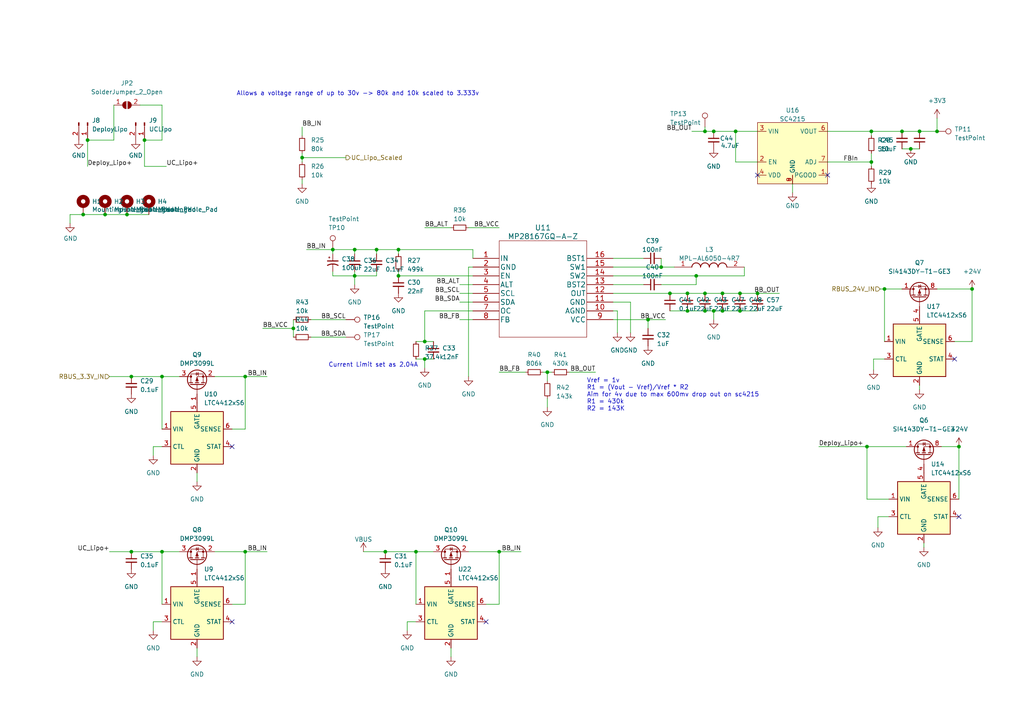
<source format=kicad_sch>
(kicad_sch (version 20230121) (generator eeschema)
  (paper "A4")
  (lib_symbols
    (symbol "Connector:Conn_01x02_Male" (pin_names (offset 1.016) hide)
      (property "Reference" "J" (at 0 2.54 0))
      (property "Value" "Conn_01x02_Male" (at 0 -5.08 0))
      (symbol "Conn_01x02_Male_1_1"
        (polyline (pts (xy 1.27 -2.54) (xy 0.8636 -2.54)) (stroke (width 0.1524)))
        (polyline (pts (xy 1.27 0) (xy 0.8636 0)) (stroke (width 0.1524)))
        (rectangle (start 0.8636 -2.413) (end 0 -2.667) (stroke (width 0.1524)) (fill (type outline)))
        (rectangle (start 0.8636 0.127) (end 0 -0.127) (stroke (width 0.1524)) (fill (type outline)))
        (pin passive line (at 5.08 0 180) (length 3.81) (name "Pin_1") (number "1"))
        (pin passive line (at 5.08 -2.54 180) (length 3.81) (name "Pin_2") (number "2"))
      )
    )
    (symbol "Connector:TestPoint" (pin_numbers hide) (pin_names (offset 0.762) hide)
      (property "Reference" "TP" (at 0 6.858 0))
      (property "Value" "TestPoint" (at 0 5.08 0))
      (symbol "TestPoint_0_1"
        (circle (center 0 3.302) (radius 0.762))
      )
      (symbol "TestPoint_1_1"
        (pin passive line (at 0 0 90) (length 2.54) (name "1") (number "1"))
      )
    )
    (symbol "Device:C_Polarized_Small_US" (pin_numbers hide) (pin_names (offset 0.254) hide)
      (property "Reference" "C" (at 0.254 1.778 0))
      (property "Value" "C_Polarized_Small_US" (at 0.254 -2.032 0))
      (symbol "C_Polarized_Small_US_0_1"
        (polyline (pts (xy -1.524 0.508) (xy 1.524 0.508)) (stroke (width 0.3048)))
        (polyline (pts (xy -1.27 1.524) (xy -0.762 1.524)))
        (polyline (pts (xy -1.016 1.27) (xy -1.016 1.778)))
        (arc (start 1.524 -0.762) (mid 0 -0.3734) (end -1.524 -0.762) (stroke (width 0.3048)))
      )
      (symbol "C_Polarized_Small_US_1_1"
        (pin passive line (at 0 2.54 270) (length 2.032) (name "~") (number "1"))
        (pin passive line (at 0 -2.54 90) (length 2.032) (name "~") (number "2"))
      )
    )
    (symbol "Device:C_Small" (pin_numbers hide) (pin_names (offset 0.254) hide)
      (property "Reference" "C" (at 0.254 1.778 0))
      (property "Value" "C_Small" (at 0.254 -2.032 0))
      (symbol "C_Small_0_1"
        (polyline (pts (xy -1.524 -0.508) (xy 1.524 -0.508)) (stroke (width 0.3302)))
        (polyline (pts (xy -1.524 0.508) (xy 1.524 0.508)) (stroke (width 0.3048)))
      )
      (symbol "C_Small_1_1"
        (pin passive line (at 0 2.54 270) (length 2.032) (name "~") (number "1"))
        (pin passive line (at 0 -2.54 90) (length 2.032) (name "~") (number "2"))
      )
    )
    (symbol "Device:Q_PMOS_GDS" (pin_names (offset 0) hide)
      (property "Reference" "Q?" (at 6.35 1.2701 0))
      (property "Value" "SI4143DY-T1-GE3" (at 6.35 -1.2699 0))
      (symbol "Q_PMOS_GDS_0_0"
        (pin input line (at -5.08 0 0) (length 2.54) (name "G") (number "4"))
        (pin passive line (at 2.54 -5.08 90) (length 2.54) hide (name "D") (number "5"))
        (pin passive line (at 2.54 -5.08 90) (length 2.54) hide (name "D") (number "6"))
        (pin passive line (at 2.54 -5.08 90) (length 2.54) hide (name "D") (number "7"))
        (pin passive line (at 2.54 -5.08 90) (length 2.54) (name "D") (number "8"))
      )
      (symbol "Q_PMOS_GDS_0_1"
        (polyline (pts (xy 0.254 0) (xy -2.54 0)))
        (polyline (pts (xy 0.254 1.905) (xy 0.254 -1.905)) (stroke (width 0.254)))
        (polyline (pts (xy 0.762 -1.27) (xy 0.762 -2.286)) (stroke (width 0.254)))
        (polyline (pts (xy 0.762 0.508) (xy 0.762 -0.508)) (stroke (width 0.254)))
        (polyline (pts (xy 0.762 2.286) (xy 0.762 1.27)) (stroke (width 0.254)))
        (polyline (pts (xy 2.54 2.54) (xy 2.54 1.778)))
        (polyline (pts (xy 2.54 -2.54) (xy 2.54 0) (xy 0.762 0)))
        (polyline (pts (xy 0.762 1.778) (xy 3.302 1.778) (xy 3.302 -1.778) (xy 0.762 -1.778)))
        (polyline (pts (xy 2.286 0) (xy 1.27 0.381) (xy 1.27 -0.381) (xy 2.286 0)) (fill (type outline)))
        (polyline (pts (xy 2.794 -0.508) (xy 2.921 -0.381) (xy 3.683 -0.381) (xy 3.81 -0.254)))
        (polyline (pts (xy 3.302 -0.381) (xy 2.921 0.254) (xy 3.683 0.254) (xy 3.302 -0.381)))
        (circle (center 1.651 0) (radius 2.794) (stroke (width 0.254)))
        (circle (center 2.54 -1.778) (radius 0.254) (fill (type outline)))
        (circle (center 2.54 1.778) (radius 0.254) (fill (type outline)))
      )
      (symbol "Q_PMOS_GDS_1_1"
        (pin passive line (at 2.54 5.08 270) (length 2.54) (name "S") (number "1"))
        (pin passive line (at 2.54 5.08 270) (length 2.54) hide (name "S") (number "2"))
        (pin passive line (at 2.54 5.08 270) (length 2.54) hide (name "S") (number "3"))
      )
    )
    (symbol "Device:Q_PMOS_GSD" (pin_names (offset 0) hide)
      (property "Reference" "Q" (at 5.08 1.27 0))
      (property "Value" "Q_PMOS_GSD" (at 5.08 -1.27 0))
      (symbol "Q_PMOS_GSD_0_1"
        (polyline (pts (xy 0.254 0) (xy -2.54 0)))
        (polyline (pts (xy 0.254 1.905) (xy 0.254 -1.905)) (stroke (width 0.254)))
        (polyline (pts (xy 0.762 -1.27) (xy 0.762 -2.286)) (stroke (width 0.254)))
        (polyline (pts (xy 0.762 0.508) (xy 0.762 -0.508)) (stroke (width 0.254)))
        (polyline (pts (xy 0.762 2.286) (xy 0.762 1.27)) (stroke (width 0.254)))
        (polyline (pts (xy 2.54 2.54) (xy 2.54 1.778)))
        (polyline (pts (xy 2.54 -2.54) (xy 2.54 0) (xy 0.762 0)))
        (polyline (pts (xy 0.762 1.778) (xy 3.302 1.778) (xy 3.302 -1.778) (xy 0.762 -1.778)))
        (polyline (pts (xy 2.286 0) (xy 1.27 0.381) (xy 1.27 -0.381) (xy 2.286 0)) (fill (type outline)))
        (polyline (pts (xy 2.794 -0.508) (xy 2.921 -0.381) (xy 3.683 -0.381) (xy 3.81 -0.254)))
        (polyline (pts (xy 3.302 -0.381) (xy 2.921 0.254) (xy 3.683 0.254) (xy 3.302 -0.381)))
        (circle (center 1.651 0) (radius 2.794) (stroke (width 0.254)))
        (circle (center 2.54 -1.778) (radius 0.254) (fill (type outline)))
        (circle (center 2.54 1.778) (radius 0.254) (fill (type outline)))
      )
      (symbol "Q_PMOS_GSD_1_1"
        (pin input line (at -5.08 0 0) (length 2.54) (name "G") (number "1"))
        (pin passive line (at 2.54 -5.08 90) (length 2.54) (name "S") (number "2"))
        (pin passive line (at 2.54 5.08 270) (length 2.54) (name "D") (number "3"))
      )
    )
    (symbol "Device:R_Small" (pin_numbers hide) (pin_names (offset 0.254) hide)
      (property "Reference" "R" (at 0.762 0.508 0))
      (property "Value" "R_Small" (at 0.762 -1.016 0))
      (symbol "R_Small_0_1"
        (rectangle (start -0.762 1.778) (end 0.762 -1.778) (stroke (width 0.2032)))
      )
      (symbol "R_Small_1_1"
        (pin passive line (at 0 2.54 270) (length 0.762) (name "~") (number "1"))
        (pin passive line (at 0 -2.54 90) (length 0.762) (name "~") (number "2"))
      )
    )
    (symbol "GND_1" (power) (pin_names (offset 0))
      (property "Value" "GND_1" (at 0 -3.81 0))
      (symbol "GND_1_0_1"
        (polyline (pts (xy 0 0) (xy 0 -1.27) (xy 1.27 -1.27) (xy 0 -2.54) (xy -1.27 -1.27) (xy 0 -1.27)))
      )
      (symbol "GND_1_1_1"
        (pin power_in line (at 0 0 270) (length 0) hide (name "GND") (number "1"))
      )
    )
    (symbol "GND_10" (power) (pin_names (offset 0))
      (property "Value" "GND_10" (at 0 -3.81 0))
      (symbol "GND_10_0_1"
        (polyline (pts (xy 0 0) (xy 0 -1.27) (xy 1.27 -1.27) (xy 0 -2.54) (xy -1.27 -1.27) (xy 0 -1.27)))
      )
      (symbol "GND_10_1_1"
        (pin power_in line (at 0 0 270) (length 0) hide (name "GND") (number "1"))
      )
    )
    (symbol "GND_11" (power) (pin_names (offset 0))
      (property "Value" "GND_11" (at 0 -3.81 0))
      (symbol "GND_11_0_1"
        (polyline (pts (xy 0 0) (xy 0 -1.27) (xy 1.27 -1.27) (xy 0 -2.54) (xy -1.27 -1.27) (xy 0 -1.27)))
      )
      (symbol "GND_11_1_1"
        (pin power_in line (at 0 0 270) (length 0) hide (name "GND") (number "1"))
      )
    )
    (symbol "GND_12" (power) (pin_names (offset 0))
      (property "Value" "GND_12" (at 0 -3.81 0))
      (symbol "GND_12_0_1"
        (polyline (pts (xy 0 0) (xy 0 -1.27) (xy 1.27 -1.27) (xy 0 -2.54) (xy -1.27 -1.27) (xy 0 -1.27)))
      )
      (symbol "GND_12_1_1"
        (pin power_in line (at 0 0 270) (length 0) hide (name "GND") (number "1"))
      )
    )
    (symbol "GND_2" (power) (pin_names (offset 0))
      (property "Value" "GND_2" (at 0 -3.81 0))
      (symbol "GND_2_0_1"
        (polyline (pts (xy 0 0) (xy 0 -1.27) (xy 1.27 -1.27) (xy 0 -2.54) (xy -1.27 -1.27) (xy 0 -1.27)))
      )
      (symbol "GND_2_1_1"
        (pin power_in line (at 0 0 270) (length 0) hide (name "GND") (number "1"))
      )
    )
    (symbol "GND_3" (power) (pin_names (offset 0))
      (property "Value" "GND_3" (at 0 -3.81 0))
      (symbol "GND_3_0_1"
        (polyline (pts (xy 0 0) (xy 0 -1.27) (xy 1.27 -1.27) (xy 0 -2.54) (xy -1.27 -1.27) (xy 0 -1.27)))
      )
      (symbol "GND_3_1_1"
        (pin power_in line (at 0 0 270) (length 0) hide (name "GND") (number "1"))
      )
    )
    (symbol "GND_4" (power) (pin_names (offset 0))
      (property "Value" "GND_4" (at 0 -3.81 0))
      (symbol "GND_4_0_1"
        (polyline (pts (xy 0 0) (xy 0 -1.27) (xy 1.27 -1.27) (xy 0 -2.54) (xy -1.27 -1.27) (xy 0 -1.27)))
      )
      (symbol "GND_4_1_1"
        (pin power_in line (at 0 0 270) (length 0) hide (name "GND") (number "1"))
      )
    )
    (symbol "GND_5" (power) (pin_names (offset 0))
      (property "Value" "GND_5" (at 0 -3.81 0))
      (symbol "GND_5_0_1"
        (polyline (pts (xy 0 0) (xy 0 -1.27) (xy 1.27 -1.27) (xy 0 -2.54) (xy -1.27 -1.27) (xy 0 -1.27)))
      )
      (symbol "GND_5_1_1"
        (pin power_in line (at 0 0 270) (length 0) hide (name "GND") (number "1"))
      )
    )
    (symbol "GND_6" (power) (pin_names (offset 0))
      (property "Value" "GND_6" (at 0 -3.81 0))
      (symbol "GND_6_0_1"
        (polyline (pts (xy 0 0) (xy 0 -1.27) (xy 1.27 -1.27) (xy 0 -2.54) (xy -1.27 -1.27) (xy 0 -1.27)))
      )
      (symbol "GND_6_1_1"
        (pin power_in line (at 0 0 270) (length 0) hide (name "GND") (number "1"))
      )
    )
    (symbol "GND_7" (power) (pin_names (offset 0))
      (property "Value" "GND_7" (at 0 -3.81 0))
      (symbol "GND_7_0_1"
        (polyline (pts (xy 0 0) (xy 0 -1.27) (xy 1.27 -1.27) (xy 0 -2.54) (xy -1.27 -1.27) (xy 0 -1.27)))
      )
      (symbol "GND_7_1_1"
        (pin power_in line (at 0 0 270) (length 0) hide (name "GND") (number "1"))
      )
    )
    (symbol "GND_8" (power) (pin_names (offset 0))
      (property "Value" "GND_8" (at 0 -3.81 0))
      (symbol "GND_8_0_1"
        (polyline (pts (xy 0 0) (xy 0 -1.27) (xy 1.27 -1.27) (xy 0 -2.54) (xy -1.27 -1.27) (xy 0 -1.27)))
      )
      (symbol "GND_8_1_1"
        (pin power_in line (at 0 0 270) (length 0) hide (name "GND") (number "1"))
      )
    )
    (symbol "GND_9" (power) (pin_names (offset 0))
      (property "Value" "GND_9" (at 0 -3.81 0))
      (symbol "GND_9_0_1"
        (polyline (pts (xy 0 0) (xy 0 -1.27) (xy 1.27 -1.27) (xy 0 -2.54) (xy -1.27 -1.27) (xy 0 -1.27)))
      )
      (symbol "GND_9_1_1"
        (pin power_in line (at 0 0 270) (length 0) hide (name "GND") (number "1"))
      )
    )
    (symbol "Jumper:SolderJumper_2_Open" (pin_names (offset 0) hide)
      (property "Reference" "JP" (at 0 2.032 0))
      (property "Value" "SolderJumper_2_Open" (at 0 -2.54 0))
      (symbol "SolderJumper_2_Open_0_1"
        (arc (start -0.254 1.016) (mid -1.2656 0) (end -0.254 -1.016))
        (arc (start -0.254 1.016) (mid -1.2656 0) (end -0.254 -1.016) (fill (type outline)))
        (polyline (pts (xy -0.254 1.016) (xy -0.254 -1.016)))
        (polyline (pts (xy 0.254 1.016) (xy 0.254 -1.016)))
        (arc (start 0.254 -1.016) (mid 1.2656 0) (end 0.254 1.016))
        (arc (start 0.254 -1.016) (mid 1.2656 0) (end 0.254 1.016) (fill (type outline)))
      )
      (symbol "SolderJumper_2_Open_1_1"
        (pin passive line (at -3.81 0 0) (length 2.54) (name "A") (number "1"))
        (pin passive line (at 3.81 0 180) (length 2.54) (name "B") (number "2"))
      )
    )
    (symbol "Mechanical:MountingHole_Pad" (pin_numbers hide) (pin_names (offset 1.016) hide)
      (property "Reference" "H" (at 0 6.35 0))
      (property "Value" "MountingHole_Pad" (at 0 4.445 0))
      (symbol "MountingHole_Pad_0_1"
        (circle (center 0 1.27) (radius 1.27) (stroke (width 1.27)))
      )
      (symbol "MountingHole_Pad_1_1"
        (pin input line (at 0 -2.54 90) (length 2.54) (name "1") (number "1"))
      )
    )
    (symbol "Power_Management:LTC4412xS6"
      (property "Reference" "U" (at -6.35 8.89 0))
      (property "Value" "LTC4412xS6" (at 6.35 8.89 0))
      (symbol "LTC4412xS6_0_1"
        (rectangle (start -7.62 7.62) (end 7.62 -7.62) (stroke (width 0.254)) (fill (type background)))
      )
      (symbol "LTC4412xS6_1_1"
        (pin power_in line (at -10.16 2.54 0) (length 2.54) (name "VIN") (number "1"))
        (pin power_in line (at 0 -10.16 90) (length 2.54) (name "GND") (number "2"))
        (pin input line (at -10.16 -2.54 0) (length 2.54) (name "CTL") (number "3"))
        (pin open_collector line (at 10.16 -2.54 180) (length 2.54) (name "STAT") (number "4"))
        (pin output line (at 0 10.16 270) (length 2.54) (name "GATE") (number "5"))
        (pin input line (at 10.16 2.54 180) (length 2.54) (name "SENSE") (number "6"))
      )
    )
    (symbol "iclr:MP28167GQ-A-Z" (pin_names (offset 0.254))
      (property "Reference" "U" (at 20.32 10.16 0))
      (property "Value" "MP28167GQ-A-Z" (at 20.32 7.62 0))
      (symbol "MP28167GQ-A-Z_1_1"
        (polyline (pts (xy 7.62 -22.86) (xy 33.02 -22.86)) (stroke (width 0.127)))
        (polyline (pts (xy 7.62 5.08) (xy 7.62 -22.86)) (stroke (width 0.127)))
        (polyline (pts (xy 33.02 -22.86) (xy 33.02 5.08)) (stroke (width 0.127)))
        (polyline (pts (xy 33.02 5.08) (xy 7.62 5.08)) (stroke (width 0.127)))
        (pin power_in line (at 0 0 0) (length 7.62) (name "IN") (number "1"))
        (pin power_in line (at 40.64 -15.24 180) (length 7.62) (name "AGND") (number "10"))
        (pin power_in line (at 40.64 -12.7 180) (length 7.62) (name "GND") (number "11"))
        (pin power_in line (at 40.64 -10.16 180) (length 7.62) (name "OUT") (number "12"))
        (pin power_in line (at 40.64 -7.62 180) (length 7.62) (name "BST2") (number "13"))
        (pin unspecified line (at 40.64 -5.08 180) (length 7.62) (name "SW2") (number "14"))
        (pin unspecified line (at 40.64 -2.54 180) (length 7.62) (name "SW1") (number "15"))
        (pin power_in line (at 40.64 0 180) (length 7.62) (name "BST1") (number "16"))
        (pin power_in line (at 0 -2.54 0) (length 7.62) (name "GND") (number "2"))
        (pin unspecified line (at 0 -5.08 0) (length 7.62) (name "EN") (number "3"))
        (pin output line (at 0 -7.62 0) (length 7.62) (name "ALT") (number "4"))
        (pin unspecified line (at 0 -10.16 0) (length 7.62) (name "SCL") (number "5"))
        (pin unspecified line (at 0 -12.7 0) (length 7.62) (name "SDA") (number "6"))
        (pin unspecified line (at 0 -15.24 0) (length 7.62) (name "OC") (number "7"))
        (pin unspecified line (at 0 -17.78 0) (length 7.62) (name "FB") (number "8"))
        (pin power_in line (at 40.64 -17.78 180) (length 7.62) (name "VCC") (number "9"))
      )
    )
    (symbol "iclr:MPL-AL6050-4R7" (pin_names hide)
      (property "Reference" "L" (at 16.51 6.35 0))
      (property "Value" "MPL-AL6050-4R7" (at 16.51 3.81 0))
      (symbol "MPL-AL6050-4R7_1_1"
        (arc (start 7.62 0) (mid 6.35 1.219) (end 5.08 0) (stroke (width 0.254)))
        (arc (start 10.16 0) (mid 8.89 1.219) (end 7.62 0) (stroke (width 0.254)))
        (arc (start 12.7 0) (mid 11.43 1.219) (end 10.16 0) (stroke (width 0.254)))
        (arc (start 15.24 0) (mid 13.97 1.219) (end 12.7 0) (stroke (width 0.254)))
        (pin passive line (at 0 0 0) (length 5.08) (name "1") (number "1"))
        (pin passive line (at 20.32 0 180) (length 5.08) (name "2") (number "2"))
      )
    )
    (symbol "iclr:RT9025-25GSP"
      (property "Reference" "U6" (at 0 4.8428 0))
      (property "Value" "RT9025-25GSP" (at 0 2.3059 0))
      (symbol "RT9025-25GSP_1_1"
        (rectangle (start -10.16 1.27) (end 10.16 -16.51) (fill (type background)))
        (pin output line (at 10.16 -13.97 180) (length 2.54) (name "PGOOD") (number "1"))
        (pin input line (at -10.16 -10.16 0) (length 2.54) (name "EN") (number "2"))
        (pin input line (at -10.16 -1.27 0) (length 2.54) (name "VIN") (number "3"))
        (pin input line (at -10.16 -13.97 0) (length 2.54) (name "VDD") (number "4"))
        (pin output line (at 10.16 -1.27 180) (length 2.54) (name "VOUT") (number "6"))
        (pin input line (at 10.16 -10.16 180) (length 2.54) (name "ADJ") (number "7"))
        (pin input line (at 0 -16.51 90) (length 2.54) (name "GND") (number "8"))
        (pin input line (at 0 -16.51 90) (length 2.54) (name "GND") (number "9"))
      )
    )
    (symbol "power:+24V" (power) (pin_names (offset 0))
      (property "Value" "+24V" (at 0 3.556 0))
      (symbol "+24V_0_1"
        (polyline (pts (xy -0.762 1.27) (xy 0 2.54)))
        (polyline (pts (xy 0 0) (xy 0 2.54)))
        (polyline (pts (xy 0 2.54) (xy 0.762 1.27)))
      )
      (symbol "+24V_1_1"
        (pin power_in line (at 0 0 90) (length 0) hide (name "+24V") (number "1"))
      )
    )
    (symbol "power:+3.3V" (power) (pin_names (offset 0))
      (property "Value" "+3.3V" (at 0 3.556 0))
      (symbol "+3.3V_0_1"
        (polyline (pts (xy -0.762 1.27) (xy 0 2.54)))
        (polyline (pts (xy 0 0) (xy 0 2.54)))
        (polyline (pts (xy 0 2.54) (xy 0.762 1.27)))
      )
      (symbol "+3.3V_1_1"
        (pin power_in line (at 0 0 90) (length 0) hide (name "+3V3") (number "1"))
      )
    )
    (symbol "power:GND" (power) (pin_names (offset 0))
      (property "Value" "GND" (at 0 -3.81 0))
      (symbol "GND_0_1"
        (polyline (pts (xy 0 0) (xy 0 -1.27) (xy 1.27 -1.27) (xy 0 -2.54) (xy -1.27 -1.27) (xy 0 -1.27)))
      )
      (symbol "GND_1_1"
        (pin power_in line (at 0 0 270) (length 0) hide (name "GND") (number "1"))
      )
    )
    (symbol "power:VBUS" (power) (pin_names (offset 0))
      (property "Value" "VBUS" (at 0 3.81 0))
      (symbol "VBUS_0_1"
        (polyline (pts (xy -0.762 1.27) (xy 0 2.54)))
        (polyline (pts (xy 0 0) (xy 0 2.54)))
        (polyline (pts (xy 0 2.54) (xy 0.762 1.27)))
      )
      (symbol "VBUS_1_1"
        (pin power_in line (at 0 0 90) (length 0) hide (name "VBUS") (number "1"))
      )
    )
  )
  (junction (at 252.73 38.1))
  (junction (at 204.47 85.09))
  (junction (at 271.78 38.1))
  (junction (at 87.63 45.72))
  (junction (at 191.77 77.47))
  (junction (at 24.13 62.23))
  (junction (at 111.76 160.02))
  (junction (at 201.93 80.01))
  (junction (at 278.13 129.54))
  (junction (at 219.71 85.09))
  (junction (at 46.99 109.22))
  (junction (at 214.63 90.17))
  (junction (at 123.19 99.06))
  (junction (at 144.78 160.02))
  (junction (at 214.63 85.09))
  (junction (at 102.87 72.39))
  (junction (at 123.19 104.14))
  (junction (at 109.22 72.39))
  (junction (at 85.09 95.25))
  (junction (at 25.4 40.64))
  (junction (at 209.55 90.17))
  (junction (at 251.46 129.54))
  (junction (at 38.1 109.22))
  (junction (at 199.39 90.17))
  (junction (at 261.62 38.1))
  (junction (at 158.75 107.95))
  (junction (at 96.52 72.39))
  (junction (at 46.99 160.02))
  (junction (at 115.57 72.39))
  (junction (at 204.47 90.17))
  (junction (at 204.47 38.1))
  (junction (at 71.12 109.22))
  (junction (at 207.01 38.1))
  (junction (at 264.16 43.18))
  (junction (at 38.1 160.02))
  (junction (at 207.01 90.17))
  (junction (at 71.12 160.02))
  (junction (at 252.73 46.99))
  (junction (at 120.65 160.02))
  (junction (at 102.87 80.01))
  (junction (at 36.83 62.23))
  (junction (at 194.31 85.09))
  (junction (at 256.54 83.82))
  (junction (at 209.55 85.09))
  (junction (at 187.96 92.71))
  (junction (at 30.48 62.23))
  (junction (at 281.94 83.82))
  (junction (at 199.39 85.09))
  (junction (at 266.7 38.1))
  (junction (at 41.91 40.64))
  (junction (at 115.57 80.01))
  (junction (at 213.36 38.1))
  (no_connect (at 278.13 149.86))
  (no_connect (at 140.97 180.34))
  (no_connect (at 276.86 104.14))
  (no_connect (at 67.31 180.34))
  (no_connect (at 240.03 50.8))
  (no_connect (at 219.71 50.8))
  (no_connect (at 67.31 129.54))
  (wire (pts (xy 87.63 45.72) (xy 100.33 45.72)))
  (wire (pts (xy 115.57 72.39) (xy 137.16 72.39)))
  (wire (pts (xy 90.17 97.79) (xy 100.33 97.79)))
  (wire (pts (xy 144.78 160.02) (xy 144.78 175.26)))
  (wire (pts (xy 46.99 160.02) (xy 46.99 175.26)))
  (wire (pts (xy 194.31 90.17) (xy 199.39 90.17)))
  (wire (pts (xy 85.09 92.71) (xy 85.09 95.25)))
  (wire (pts (xy 209.55 90.17) (xy 214.63 90.17)))
  (wire (pts (xy 133.35 82.55) (xy 137.16 82.55)))
  (wire (pts (xy 123.19 99.06) (xy 125.73 99.06)))
  (wire (pts (xy 214.63 85.09) (xy 219.71 85.09)))
  (wire (pts (xy 62.23 109.22) (xy 71.12 109.22)))
  (wire (pts (xy 273.05 129.54) (xy 278.13 129.54)))
  (wire (pts (xy 252.73 38.1) (xy 252.73 39.37)))
  (wire (pts (xy 102.87 80.01) (xy 109.22 80.01)))
  (wire (pts (xy 102.87 80.01) (xy 102.87 78.74)))
  (wire (pts (xy 251.46 129.54) (xy 262.89 129.54)))
  (wire (pts (xy 33.02 40.64) (xy 33.02 30.48)))
  (wire (pts (xy 109.22 72.39) (xy 102.87 72.39)))
  (wire (pts (xy 144.78 175.26) (xy 140.97 175.26)))
  (wire (pts (xy 135.89 66.04) (xy 144.78 66.04)))
  (wire (pts (xy 229.87 55.88) (xy 229.87 53.34)))
  (wire (pts (xy 102.87 80.01) (xy 102.87 82.55)))
  (wire (pts (xy 219.71 85.09) (xy 226.06 85.09)))
  (wire (pts (xy 96.52 80.01) (xy 96.52 78.74)))
  (wire (pts (xy 213.36 38.1) (xy 213.36 46.99)))
  (wire (pts (xy 215.9 80.01) (xy 215.9 77.47)))
  (wire (pts (xy 177.8 92.71) (xy 187.96 92.71)))
  (wire (pts (xy 20.32 62.23) (xy 20.32 64.77)))
  (wire (pts (xy 240.03 38.1) (xy 252.73 38.1)))
  (wire (pts (xy 109.22 80.01) (xy 109.22 78.74)))
  (wire (pts (xy 102.87 72.39) (xy 102.87 73.66)))
  (wire (pts (xy 38.1 109.22) (xy 46.99 109.22)))
  (wire (pts (xy 133.35 92.71) (xy 137.16 92.71)))
  (wire (pts (xy 144.78 160.02) (xy 151.13 160.02)))
  (wire (pts (xy 44.45 132.08) (xy 44.45 129.54)))
  (wire (pts (xy 281.94 99.06) (xy 281.94 83.82)))
  (wire (pts (xy 123.19 66.04) (xy 130.81 66.04)))
  (wire (pts (xy 213.36 38.1) (xy 219.71 38.1)))
  (wire (pts (xy 177.8 90.17) (xy 179.07 90.17)))
  (wire (pts (xy 46.99 30.48) (xy 46.99 40.64)))
  (wire (pts (xy 71.12 109.22) (xy 77.47 109.22)))
  (wire (pts (xy 207.01 90.17) (xy 209.55 90.17)))
  (wire (pts (xy 109.22 72.39) (xy 109.22 73.66)))
  (wire (pts (xy 177.8 85.09) (xy 194.31 85.09)))
  (wire (pts (xy 201.93 80.01) (xy 215.9 80.01)))
  (wire (pts (xy 187.96 92.71) (xy 187.96 95.25)))
  (wire (pts (xy 135.89 77.47) (xy 135.89 109.22)))
  (wire (pts (xy 31.75 109.22) (xy 38.1 109.22)))
  (wire (pts (xy 253.365 104.14) (xy 256.54 104.14)))
  (wire (pts (xy 57.15 137.16) (xy 57.15 139.7)))
  (wire (pts (xy 130.81 187.96) (xy 130.81 190.5)))
  (wire (pts (xy 157.48 107.95) (xy 158.75 107.95)))
  (wire (pts (xy 204.47 38.1) (xy 207.01 38.1)))
  (wire (pts (xy 256.54 83.82) (xy 256.54 99.06)))
  (wire (pts (xy 252.73 44.45) (xy 252.73 46.99)))
  (wire (pts (xy 44.45 129.54) (xy 46.99 129.54)))
  (wire (pts (xy 111.76 160.02) (xy 120.65 160.02)))
  (wire (pts (xy 46.99 109.22) (xy 46.99 124.46)))
  (wire (pts (xy 118.11 180.34) (xy 120.65 180.34)))
  (wire (pts (xy 123.19 104.14) (xy 123.19 106.68)))
  (wire (pts (xy 71.12 175.26) (xy 67.31 175.26)))
  (wire (pts (xy 88.9 72.39) (xy 96.52 72.39)))
  (wire (pts (xy 87.63 36.83) (xy 87.63 39.37)))
  (wire (pts (xy 38.1 160.02) (xy 46.99 160.02)))
  (wire (pts (xy 204.47 90.17) (xy 207.01 90.17)))
  (wire (pts (xy 177.8 82.55) (xy 186.69 82.55)))
  (wire (pts (xy 40.64 30.48) (xy 46.99 30.48)))
  (wire (pts (xy 204.47 36.83) (xy 204.47 38.1)))
  (wire (pts (xy 118.11 182.88) (xy 118.11 180.34)))
  (wire (pts (xy 276.86 99.06) (xy 281.94 99.06)))
  (wire (pts (xy 71.12 109.22) (xy 71.12 124.46)))
  (wire (pts (xy 87.63 45.72) (xy 87.63 44.45)))
  (wire (pts (xy 254.635 149.86) (xy 257.81 149.86)))
  (wire (pts (xy 253.365 107.315) (xy 253.365 104.14)))
  (wire (pts (xy 261.62 43.18) (xy 264.16 43.18)))
  (wire (pts (xy 251.46 129.54) (xy 251.46 144.78)))
  (wire (pts (xy 144.78 107.95) (xy 152.4 107.95)))
  (wire (pts (xy 271.78 34.29) (xy 271.78 38.1)))
  (wire (pts (xy 120.65 160.02) (xy 125.73 160.02)))
  (wire (pts (xy 182.88 87.63) (xy 182.88 96.52)))
  (wire (pts (xy 213.36 46.99) (xy 219.71 46.99)))
  (wire (pts (xy 209.55 85.09) (xy 214.63 85.09)))
  (wire (pts (xy 207.01 38.1) (xy 213.36 38.1)))
  (wire (pts (xy 271.78 83.82) (xy 281.94 83.82)))
  (wire (pts (xy 240.03 46.99) (xy 252.73 46.99)))
  (wire (pts (xy 237.49 129.54) (xy 251.46 129.54)))
  (wire (pts (xy 115.57 78.74) (xy 115.57 80.01)))
  (wire (pts (xy 46.99 160.02) (xy 52.07 160.02)))
  (wire (pts (xy 261.62 38.1) (xy 266.7 38.1)))
  (wire (pts (xy 96.52 80.01) (xy 102.87 80.01)))
  (wire (pts (xy 76.2 95.25) (xy 85.09 95.25)))
  (wire (pts (xy 264.16 43.18) (xy 266.7 43.18)))
  (wire (pts (xy 165.1 107.95) (xy 172.72 107.95)))
  (wire (pts (xy 200.66 38.1) (xy 204.47 38.1)))
  (wire (pts (xy 256.54 83.82) (xy 261.62 83.82)))
  (wire (pts (xy 133.35 85.09) (xy 137.16 85.09)))
  (wire (pts (xy 102.87 72.39) (xy 96.52 72.39)))
  (wire (pts (xy 25.4 40.64) (xy 33.02 40.64)))
  (wire (pts (xy 36.83 62.23) (xy 43.18 62.23)))
  (wire (pts (xy 177.8 77.47) (xy 191.77 77.47)))
  (wire (pts (xy 266.7 111.76) (xy 266.7 113.03)))
  (wire (pts (xy 179.07 90.17) (xy 179.07 96.52)))
  (wire (pts (xy 199.39 85.09) (xy 204.47 85.09)))
  (wire (pts (xy 44.45 180.34) (xy 46.99 180.34)))
  (wire (pts (xy 158.75 107.95) (xy 160.02 107.95)))
  (wire (pts (xy 85.09 95.25) (xy 85.09 97.79)))
  (wire (pts (xy 254.635 153.035) (xy 254.635 149.86)))
  (wire (pts (xy 90.17 92.71) (xy 100.33 92.71)))
  (wire (pts (xy 199.39 90.17) (xy 204.47 90.17)))
  (wire (pts (xy 135.89 77.47) (xy 137.16 77.47)))
  (wire (pts (xy 123.19 104.14) (xy 125.73 104.14)))
  (wire (pts (xy 267.97 157.48) (xy 267.97 158.75)))
  (wire (pts (xy 71.12 160.02) (xy 77.47 160.02)))
  (wire (pts (xy 87.63 46.99) (xy 87.63 45.72)))
  (wire (pts (xy 177.8 80.01) (xy 201.93 80.01)))
  (wire (pts (xy 41.91 40.64) (xy 41.91 48.26)))
  (wire (pts (xy 123.19 90.17) (xy 137.16 90.17)))
  (wire (pts (xy 187.96 92.71) (xy 193.04 92.71)))
  (wire (pts (xy 278.13 144.78) (xy 278.13 129.54)))
  (wire (pts (xy 31.75 160.02) (xy 38.1 160.02)))
  (wire (pts (xy 191.77 77.47) (xy 195.58 77.47)))
  (wire (pts (xy 25.4 40.64) (xy 25.4 48.26)))
  (wire (pts (xy 41.91 48.26) (xy 48.26 48.26)))
  (wire (pts (xy 46.99 40.64) (xy 41.91 40.64)))
  (wire (pts (xy 158.75 107.95) (xy 158.75 110.49)))
  (wire (pts (xy 135.89 160.02) (xy 144.78 160.02)))
  (wire (pts (xy 30.48 62.23) (xy 36.83 62.23)))
  (wire (pts (xy 133.35 87.63) (xy 137.16 87.63)))
  (wire (pts (xy 44.45 182.88) (xy 44.45 180.34)))
  (wire (pts (xy 207.01 90.17) (xy 207.01 92.71)))
  (wire (pts (xy 158.75 115.57) (xy 158.75 118.11)))
  (wire (pts (xy 105.41 160.02) (xy 111.76 160.02)))
  (wire (pts (xy 120.65 160.02) (xy 120.65 175.26)))
  (wire (pts (xy 191.77 77.47) (xy 191.77 74.93)))
  (wire (pts (xy 109.22 72.39) (xy 115.57 72.39)))
  (wire (pts (xy 123.19 99.06) (xy 120.65 99.06)))
  (wire (pts (xy 177.8 74.93) (xy 186.69 74.93)))
  (wire (pts (xy 252.73 46.99) (xy 252.73 48.26)))
  (wire (pts (xy 96.52 72.39) (xy 96.52 73.66)))
  (wire (pts (xy 201.93 82.55) (xy 201.93 80.01)))
  (wire (pts (xy 115.57 72.39) (xy 115.57 73.66)))
  (wire (pts (xy 24.13 62.23) (xy 30.48 62.23)))
  (wire (pts (xy 194.31 85.09) (xy 199.39 85.09)))
  (wire (pts (xy 87.63 52.07) (xy 87.63 53.34)))
  (wire (pts (xy 214.63 90.17) (xy 219.71 90.17)))
  (wire (pts (xy 123.19 90.17) (xy 123.19 99.06)))
  (wire (pts (xy 266.7 38.1) (xy 271.78 38.1)))
  (wire (pts (xy 62.23 160.02) (xy 71.12 160.02)))
  (wire (pts (xy 120.65 104.14) (xy 123.19 104.14)))
  (wire (pts (xy 252.73 38.1) (xy 261.62 38.1)))
  (wire (pts (xy 115.57 80.01) (xy 137.16 80.01)))
  (wire (pts (xy 255.27 83.82) (xy 256.54 83.82)))
  (wire (pts (xy 177.8 87.63) (xy 182.88 87.63)))
  (wire (pts (xy 71.12 160.02) (xy 71.12 175.26)))
  (wire (pts (xy 57.15 187.96) (xy 57.15 190.5)))
  (wire (pts (xy 204.47 85.09) (xy 209.55 85.09)))
  (wire (pts (xy 24.13 62.23) (xy 20.32 62.23)))
  (wire (pts (xy 137.16 72.39) (xy 137.16 74.93)))
  (wire (pts (xy 191.77 82.55) (xy 201.93 82.55)))
  (wire (pts (xy 251.46 144.78) (xy 257.81 144.78)))
  (wire (pts (xy 46.99 109.22) (xy 52.07 109.22)))
  (wire (pts (xy 71.12 124.46) (xy 67.31 124.46)))
  (text "Allows a voltage range of up to 30v -> 80k and 10k scaled to 3.333v" (at 68.58 27.94 0) (effects (font (size 1.27 1.27)) (justify left bottom)))
  (text "Vref = 1v\nR1 = (Vout - Vref)/Vref * R2\nAim for 4v due to max 600mv drop out on sc4215 \nR1 = 430k\nR2 = 143K" (at 170.18 119.38 0) (effects (font (size 1.27 1.27)) (justify left bottom)))
  (text "Current Limit set as 2.04A" (at 95.25 106.68 0) (effects (font (size 1.27 1.27)) (justify left bottom)))
  (label "Deploy_Lipo+" (at 25.4 48.26 0))
  (label "BB_VCC" (at 193.04 92.71 180))
  (label "BB_ALT" (at 123.19 66.04 0))
  (label "BB_IN" (at 87.63 36.83 0))
  (label "UC_Lipo+" (at 31.75 160.02 180))
  (label "FBIn" (at 248.92 46.99 180))
  (label "BB_SDA" (at 100.33 97.79 180))
  (label "BB_SCL" (at 100.33 92.71 180))
  (label "BB_OUT" (at 172.72 107.95 180))
  (label "BB_FB" (at 133.35 92.71 180))
  (label "BB_IN" (at 77.47 109.22 180))
  (label "BB_OUT" (at 226.06 85.09 180))
  (label "BB_VCC" (at 144.78 66.04 180))
  (label "BB_IN" (at 151.13 160.02 180))
  (label "BB_OUT" (at 200.66 38.1 180))
  (label "BB_IN" (at 77.47 160.02 180))
  (label "BB_FB" (at 144.78 107.95 0))
  (label "BB_ALT" (at 133.35 82.55 180))
  (label "BB_SDA" (at 133.35 87.63 180))
  (label "UC_Lipo+" (at 48.26 48.26 0))
  (label "BB_IN" (at 88.9 72.39 0))
  (label "BB_VCC" (at 76.2 95.25 0))
  (label "BB_SCL" (at 133.35 85.09 180))
  (label "Deploy_Lipo+" (at 237.49 129.54 0))
  (hierarchical_label "RBUS_3.3V_IN" (shape input) (at 31.75 109.22 180))
  (hierarchical_label "RBUS_24V_IN" (shape input) (at 255.27 83.82 180))
  (hierarchical_label "UC_Lipo_Scaled" (shape output) (at 100.33 45.72 0))
  (symbol (lib_id "Device:C_Small") (at 115.57 82.55 0) (unit 1)
    (property "Reference" "C30" (at 118.11 81.9213 0) (effects (justify left)))
    (property "Value" "22nF" (at 118.11 84.4613 0) (effects (justify left)))
    (property "Footprint" "Capacitor_SMD:C_0402_1005Metric" (effects hide))
  )
  (symbol (lib_id "Device:R_Small") (at 87.63 97.79 90) (unit 1)
    (property "Reference" "R44" (at 87.63 92.71 90))
    (property "Value" "10k" (at 87.63 95.25 90))
    (property "Footprint" "Capacitor_SMD:C_0402_1005Metric" (effects hide))
  )
  (symbol (lib_id "Connector:TestPoint") (at 204.47 36.83 0) (unit 1)
    (property "Reference" "TP13" (at 194.31 33.02 0) (effects (justify left)))
    (property "Value" "TestPoint" (at 194.31 35.5569 0) (effects (justify left)))
    (property "Footprint" "TestPoint:TestPoint_Pad_D2.0mm" (effects hide))
  )
  (symbol (lib_id "Device:Q_PMOS_GSD") (at 57.15 162.56 90) (unit 1)
    (property "Reference" "Q8" (at 57.15 153.67 90))
    (property "Value" "DMP3099L" (at 57.15 156.21 90))
    (property "Footprint" "Package_TO_SOT_SMD:SOT-23" (effects hide))
  )
  (symbol (lib_id "power:VBUS") (at 105.41 160.02 0) (unit 1)
    (property "Reference" "#PWR0135" (effects hide))
    (property "Value" "VBUS" (at 105.41 156.4442 0))
  )
  (symbol (lib_id "Device:C_Small") (at 266.7 40.64 180) (unit 1)
    (property "Reference" "C46" (effects hide))
    (property "Value" "0.1uF" (effects hide))
    (property "Footprint" "Capacitor_SMD:C_0402_1005Metric" (effects hide))
  )
  (symbol (lib_id "Device:R_Small") (at 120.65 101.6 0) (unit 1)
    (property "Reference" "R37" (at 123.19 100.965 0) (effects (justify left)))
    (property "Value" "37.4k" (at 123.19 103.505 0) (effects (justify left)))
    (property "Footprint" "Capacitor_SMD:C_0402_1005Metric" (effects hide))
  )
  (symbol (lib_id "Device:C_Small") (at 102.87 76.2 0) (unit 1)
    (property "Reference" "C36" (at 105.41 75.5713 0) (effects (justify left)))
    (property "Value" "22uF" (at 105.41 78.1113 0) (effects (justify left)))
    (property "Footprint" "Capacitor_SMD:C_0805_2012Metric" (effects hide))
  )
  (symbol (lib_id "Device:R_Small") (at 115.57 76.2 0) (unit 1)
    (property "Reference" "R27" (at 118.11 75.565 0) (effects (justify left)))
    (property "Value" "499k" (at 118.11 78.105 0) (effects (justify left)))
    (property "Footprint" "Capacitor_SMD:C_0402_1005Metric" (effects hide))
  )
  (symbol (lib_id "Device:C_Small") (at 219.71 87.63 0) (unit 1)
    (property "Reference" "C57" (at 222.25 87.0013 0) (effects (justify left)))
    (property "Value" "22uF" (at 222.25 89.5413 0) (effects (justify left)))
    (property "Footprint" "Capacitor_SMD:C_0402_1005Metric" (effects hide))
  )
  (symbol (lib_id "power:GND") (at 266.7 113.03 0) (unit 1)
    (property "Reference" "#PWR0109" (effects hide))
    (property "Value" "GND" (at 266.7 118.11 0))
  )
  (symbol (lib_id "Device:C_Small") (at 214.63 87.63 0) (unit 1)
    (property "Reference" "C48" (at 217.17 87.0013 0) (effects (justify left)))
    (property "Value" "22uF" (at 217.17 89.5413 0) (effects (justify left)))
    (property "Footprint" "Capacitor_SMD:C_0402_1005Metric" (effects hide))
  )
  (symbol (lib_id "Connector:TestPoint") (at 96.52 72.39 0) (unit 1)
    (property "Reference" "TP10" (at 95.25 66.04 0) (effects (justify left)))
    (property "Value" "TestPoint" (at 95.25 63.5031 0) (effects (justify left)))
    (property "Footprint" "TestPoint:TestPoint_Pad_D2.0mm" (effects hide))
  )
  (symbol (lib_id "Device:Q_PMOS_GSD") (at 57.15 111.76 90) (unit 1)
    (property "Reference" "Q9" (at 57.15 102.87 90))
    (property "Value" "DMP3099L" (at 57.15 105.41 90))
    (property "Footprint" "Package_TO_SOT_SMD:SOT-23" (effects hide))
  )
  (symbol (lib_name "GND_12") (lib_id "power:GND") (at 158.75 118.11 0) (unit 1)
    (property "Reference" "#PWR097" (effects hide))
    (property "Value" "GND" (at 158.75 123.19 0))
  )
  (symbol (lib_id "Device:R_Small") (at 252.73 50.8 0) (unit 1)
    (property "Reference" "R29" (at 254.744 50.0497 0) (effects (justify left)))
    (property "Value" "10k" (at 254.744 52.5897 0) (effects (justify left)))
    (property "Footprint" "Resistor_SMD:R_0402_1005Metric" (effects hide))
  )
  (symbol (lib_id "Mechanical:MountingHole_Pad") (at 30.48 59.69 0) (unit 1)
    (property "Reference" "H2" (at 33.02 58.4454 0) (effects (justify left)))
    (property "Value" "MountingHole_Pad" (at 33.02 60.7568 0) (effects (justify left)))
    (property "Footprint" "MountingHole:MountingHole_3.2mm_M3_DIN965_Pad" (effects hide))
  )
  (symbol (lib_id "Device:C_Small") (at 38.1 162.56 0) (unit 1)
    (property "Reference" "C35" (at 40.64 161.2962 0) (effects (justify left)))
    (property "Value" "0.1uF" (at 40.64 163.8362 0) (effects (justify left)))
    (property "Footprint" "Capacitor_SMD:C_0402_1005Metric" (effects hide))
  )
  (symbol (lib_id "Connector:TestPoint") (at 100.33 92.71 270) (unit 1)
    (property "Reference" "TP16" (at 105.41 92.075 90) (effects (justify left)))
    (property "Value" "TestPoint" (at 105.41 94.615 90) (effects (justify left)))
    (property "Footprint" "TestPoint:TestPoint_Pad_D1.0mm" (effects hide))
  )
  (symbol (lib_name "GND_10") (lib_id "power:GND") (at 182.88 96.52 0) (unit 1)
    (property "Reference" "#PWR095" (effects hide))
    (property "Value" "GND" (at 182.88 101.6 0))
  )
  (symbol (lib_name "GND_4") (lib_id "power:GND") (at 135.89 109.22 0) (unit 1)
    (property "Reference" "#PWR082" (effects hide))
    (property "Value" "GND" (at 135.89 114.3 0))
  )
  (symbol (lib_name "GND_1") (lib_id "power:GND") (at 44.45 132.08 0) (unit 1)
    (property "Reference" "#PWR086" (effects hide))
    (property "Value" "GND" (at 44.45 137.16 0))
  )
  (symbol (lib_name "GND_6") (lib_id "power:GND") (at 187.96 100.33 0) (unit 1)
    (property "Reference" "#PWR089" (effects hide))
    (property "Value" "GND" (at 187.96 105.41 0))
  )
  (symbol (lib_id "Device:Q_PMOS_GDS") (at 267.97 132.08 90) (unit 1)
    (property "Reference" "Q6" (at 267.97 121.92 90))
    (property "Value" "SI4143DY-T1-GE3" (at 267.97 124.46 90))
    (property "Footprint" "Package_SO:SOIC-8_3.9x4.9mm_P1.27mm" (effects hide))
  )
  (symbol (lib_id "Power_Management:LTC4412xS6") (at 130.81 177.8 0) (unit 1)
    (property "Reference" "U22" (at 132.8294 165.1 0) (effects (justify left)))
    (property "Value" "LTC4412xS6" (at 132.8294 167.64 0) (effects (justify left)))
    (property "Footprint" "Package_TO_SOT_SMD:TSOT-23-6" (effects hide))
    (property "Datasheet" "https://www.analog.com/media/en/technical-documentation/data-sheets/4412fb.pdf" (effects hide))
  )
  (symbol (lib_id "Connector:TestPoint") (at 271.78 38.1 270) (unit 1)
    (property "Reference" "TP11" (at 276.86 37.465 90) (effects (justify left)))
    (property "Value" "TestPoint" (at 276.86 40.005 90) (effects (justify left)))
    (property "Footprint" "TestPoint:TestPoint_Pad_D2.0mm" (effects hide))
  )
  (symbol (lib_id "power:GND") (at 20.32 64.77 0) (unit 1)
    (property "Reference" "#PWR079" (effects hide))
    (property "Value" "GND" (at 20.447 69.1642 0))
  )
  (symbol (lib_id "Device:C_Small") (at 199.39 87.63 0) (unit 1)
    (property "Reference" "C42" (at 201.93 87.0013 0) (effects (justify left)))
    (property "Value" "22uF" (at 201.93 89.5413 0) (effects (justify left)))
    (property "Footprint" "Capacitor_SMD:C_0402_1005Metric" (effects hide))
  )
  (symbol (lib_name "GND_1") (lib_id "power:GND") (at 44.45 182.88 0) (unit 1)
    (property "Reference" "#PWR0132" (effects hide))
    (property "Value" "GND" (at 44.45 187.96 0))
  )
  (symbol (lib_name "GND_11") (lib_id "power:GND") (at 207.01 92.71 0) (unit 1)
    (property "Reference" "#PWR096" (effects hide))
    (property "Value" "GND" (at 207.01 97.79 0))
  )
  (symbol (lib_id "Device:Q_PMOS_GDS") (at 266.7 86.36 90) (unit 1)
    (property "Reference" "Q7" (at 266.7 76.2 90))
    (property "Value" "SI4143DY-T1-GE3" (at 266.7 78.74 90))
    (property "Footprint" "Package_SO:SOIC-8_3.9x4.9mm_P1.27mm" (effects hide))
  )
  (symbol (lib_id "Power_Management:LTC4412xS6") (at 57.15 127 0) (unit 1)
    (property "Reference" "U10" (at 59.1694 114.3 0) (effects (justify left)))
    (property "Value" "LTC4412xS6" (at 59.1694 116.84 0) (effects (justify left)))
    (property "Footprint" "Package_TO_SOT_SMD:TSOT-23-6" (effects hide))
    (property "Datasheet" "https://www.analog.com/media/en/technical-documentation/data-sheets/4412fb.pdf" (effects hide))
  )
  (symbol (lib_id "iclr:MPL-AL6050-4R7") (at 195.58 77.47 0) (unit 1)
    (property "Reference" "L3" (at 205.74 72.39 0))
    (property "Value" "MPL-AL6050-4R7" (at 205.74 74.93 0))
    (property "Footprint" "iclr:MPLAL60504R7" (effects hide))
    (property "Datasheet" "https://www.monolithicpower.com/en/documentview/productdocument/index/version/2/document_type/Datasheet/lang/en/sku/MPL-AL6050-4R7/document_id/5818/" (effects hide))
    (property "Height" "5" (effects hide))
    (property "Manufacturer_Name" "Monolithic Power Systems (MPS)" (effects hide))
    (property "Manufacturer_Part_Number" "MPL-AL6050-4R7" (effects hide))
    (property "Mouser Part Number" "946-MPL-AL6050-4R7" (effects hide))
    (property "Mouser Price/Stock" "https://www.mouser.co.uk/ProductDetail/Monolithic-Power-Systems-MPS/MPL-AL6050-4R7?qs=sPbYRqrBIVlgVVgFJ%2Fjrsw%3D%3D" (effects hide))
  )
  (symbol (lib_id "power:GND") (at 38.1 114.3 0) (unit 1)
    (property "Reference" "#PWR084" (effects hide))
    (property "Value" "GND" (at 38.1 119.38 0))
  )
  (symbol (lib_id "Mechanical:MountingHole_Pad") (at 24.13 59.69 0) (unit 1)
    (property "Reference" "H1" (at 26.67 58.4454 0) (effects (justify left)))
    (property "Value" "MountingHole_Pad" (at 26.67 60.7568 0) (effects (justify left)))
    (property "Footprint" "MountingHole:MountingHole_3.2mm_M3_DIN965_Pad" (effects hide))
  )
  (symbol (lib_name "GND_9") (lib_id "power:GND") (at 179.07 96.52 0) (unit 1)
    (property "Reference" "#PWR094" (effects hide))
    (property "Value" "GND" (at 179.07 101.6 0))
  )
  (symbol (lib_id "power:GND") (at 264.16 43.18 0) (unit 1)
    (property "Reference" "#PWR0111" (effects hide))
    (property "Value" "GND" (at 264.16 46.99 0))
  )
  (symbol (lib_id "Power_Management:LTC4412xS6") (at 57.15 177.8 0) (unit 1)
    (property "Reference" "U9" (at 59.1694 165.1 0) (effects (justify left)))
    (property "Value" "LTC4412xS6" (at 59.1694 167.64 0) (effects (justify left)))
    (property "Footprint" "Package_TO_SOT_SMD:TSOT-23-6" (effects hide))
    (property "Datasheet" "https://www.analog.com/media/en/technical-documentation/data-sheets/4412fb.pdf" (effects hide))
  )
  (symbol (lib_id "Device:R_Small") (at 133.35 66.04 270) (unit 1)
    (property "Reference" "R36" (at 133.35 60.96 90))
    (property "Value" "10k" (at 133.35 63.5 90))
    (property "Footprint" "Capacitor_SMD:C_0402_1005Metric" (effects hide))
  )
  (symbol (lib_id "power:GND") (at 253.365 107.315 0) (unit 1)
    (property "Reference" "#PWR0107" (effects hide))
    (property "Value" "GND" (at 253.365 112.395 0))
  )
  (symbol (lib_id "Device:C_Small") (at 204.47 87.63 0) (unit 1)
    (property "Reference" "C43" (at 207.01 87.0013 0) (effects (justify left)))
    (property "Value" "22uF" (at 207.01 89.5413 0) (effects (justify left)))
    (property "Footprint" "Capacitor_SMD:C_0402_1005Metric" (effects hide))
  )
  (symbol (lib_id "power:GND") (at 39.37 40.64 0) (unit 1)
    (property "Reference" "#PWR081" (effects hide))
    (property "Value" "GND" (at 39.37 45.085 0))
  )
  (symbol (lib_id "power:GND") (at 229.87 55.88 0) (unit 1)
    (property "Reference" "#PWR0108" (effects hide))
    (property "Value" "GND" (at 229.87 59.69 0))
  )
  (symbol (lib_id "Device:C_Small") (at 261.62 40.64 180) (unit 1)
    (property "Reference" "C45" (at 255.27 40.64 0) (effects (justify right)))
    (property "Value" "10uF" (at 255.27 43.18 0) (effects (justify right)))
    (property "Footprint" "Capacitor_SMD:C_0402_1005Metric" (effects hide))
  )
  (symbol (lib_id "Power_Management:LTC4412xS6") (at 267.97 147.32 0) (unit 1)
    (property "Reference" "U14" (at 269.9894 134.62 0) (effects (justify left)))
    (property "Value" "LTC4412xS6" (at 269.9894 137.16 0) (effects (justify left)))
    (property "Footprint" "Package_TO_SOT_SMD:TSOT-23-6" (effects hide))
    (property "Datasheet" "https://www.analog.com/media/en/technical-documentation/data-sheets/4412fb.pdf" (effects hide))
  )
  (symbol (lib_id "Device:R_Small") (at 158.75 113.03 0) (unit 1)
    (property "Reference" "R42" (at 161.29 112.395 0) (effects (justify left)))
    (property "Value" "143k" (at 161.29 114.935 0) (effects (justify left)))
    (property "Footprint" "Capacitor_SMD:C_0402_1005Metric" (effects hide))
  )
  (symbol (lib_id "Connector:Conn_01x02_Male") (at 41.91 35.56 270) (unit 1)
    (property "Reference" "J9" (at 43.18 34.9249 90) (effects (justify left)))
    (property "Value" "UCLipo" (at 43.18 37.4649 90) (effects (justify left)))
    (property "Footprint" "Connector_JST:JST_PH_B2B-PH-K_1x02_P2.00mm_Vertical" (effects hide))
  )
  (symbol (lib_id "power:GND") (at 267.97 158.75 0) (unit 1)
    (property "Reference" "#PWR0101" (effects hide))
    (property "Value" "GND" (at 267.97 163.83 0))
  )
  (symbol (lib_id "Device:C_Small") (at 187.96 97.79 0) (unit 1)
    (property "Reference" "C32" (at 190.5 97.1613 0) (effects (justify left)))
    (property "Value" "1uF" (at 190.5 99.7013 0) (effects (justify left)))
    (property "Footprint" "Capacitor_SMD:C_0402_1005Metric" (effects hide))
  )
  (symbol (lib_id "iclr:MP28167GQ-A-Z") (at 137.16 74.93 0) (unit 1)
    (property "Reference" "U11" (at 157.48 66.04 0) (effects (font (size 1.524 1.524))))
    (property "Value" "MP28167GQ-A-Z" (at 157.48 68.58 0) (effects (font (size 1.524 1.524))))
    (property "Footprint" "iclr:MP28167GQ-A-Z" (effects hide))
  )
  (symbol (lib_id "iclr:RT9025-25GSP") (at 229.87 36.83 0) (unit 1)
    (property "Reference" "U16" (at 229.87 31.9872 0))
    (property "Value" "SC4215" (at 229.87 34.5241 0))
    (property "Footprint" "iclr:SOIC127P599X175-9N" (effects hide))
  )
  (symbol (lib_id "power:GND") (at 22.86 40.64 0) (unit 1)
    (property "Reference" "#PWR080" (effects hide))
    (property "Value" "GND" (at 22.86 45.085 0))
  )
  (symbol (lib_id "power:GND") (at 38.1 165.1 0) (unit 1)
    (property "Reference" "#PWR092" (effects hide))
    (property "Value" "GND" (at 38.1 170.18 0))
  )
  (symbol (lib_id "Jumper:SolderJumper_2_Open") (at 36.83 30.48 0) (unit 1)
    (property "Reference" "JP2" (at 36.83 24.13 0))
    (property "Value" "SolderJumper_2_Open" (at 36.83 26.67 0))
    (property "Footprint" "Jumper:SolderJumper-2_P1.3mm_Open_RoundedPad1.0x1.5mm" (effects hide))
  )
  (symbol (lib_name "GND_7") (lib_id "power:GND") (at 123.19 106.68 0) (unit 1)
    (property "Reference" "#PWR090" (effects hide))
    (property "Value" "GND" (at 123.19 111.76 0))
  )
  (symbol (lib_id "power:GND") (at 111.76 165.1 0) (unit 1)
    (property "Reference" "#PWR085" (effects hide))
    (property "Value" "GND" (at 111.76 170.18 0))
  )
  (symbol (lib_id "power:GND") (at 252.73 53.34 0) (unit 1)
    (property "Reference" "#PWR0110" (effects hide))
    (property "Value" "GND" (at 252.73 58.42 0))
  )
  (symbol (lib_id "Device:C_Small") (at 125.73 101.6 0) (unit 1)
    (property "Reference" "C33" (at 128.27 100.9713 0) (effects (justify left)))
    (property "Value" "12nF" (at 128.27 103.5113 0) (effects (justify left)))
    (property "Footprint" "Capacitor_SMD:C_0402_1005Metric" (effects hide))
  )
  (symbol (lib_name "GND_3") (lib_id "power:GND") (at 207.01 43.18 0) (unit 1)
    (property "Reference" "#PWR099" (effects hide))
    (property "Value" "GND" (at 207.01 48.26 0))
  )
  (symbol (lib_name "GND_2") (lib_id "power:GND") (at 57.15 190.5 0) (unit 1)
    (property "Reference" "#PWR0136" (effects hide))
    (property "Value" "GND" (at 57.15 195.58 0))
  )
  (symbol (lib_id "Device:C_Small") (at 189.23 74.93 90) (unit 1)
    (property "Reference" "C39" (at 189.2363 69.85 90))
    (property "Value" "100nF" (at 189.2363 72.39 90))
    (property "Footprint" "Capacitor_SMD:C_0402_1005Metric" (effects hide))
  )
  (symbol (lib_id "Device:R_Small") (at 87.63 41.91 0) (unit 1)
    (property "Reference" "R25" (at 90.17 40.6399 0) (effects (justify left)))
    (property "Value" "80k" (at 90.17 43.1799 0) (effects (justify left)))
    (property "Footprint" "Resistor_SMD:R_0402_1005Metric" (effects hide))
  )
  (symbol (lib_id "Device:C_Small") (at 207.01 40.64 0) (unit 1)
    (property "Reference" "C44" (at 208.7936 40.1468 0) (effects (justify left)))
    (property "Value" "4.7uF" (at 209.0095 42.2452 0) (effects (justify left)))
    (property "Footprint" "Capacitor_SMD:C_0402_1005Metric" (effects hide))
  )
  (symbol (lib_id "Connector:TestPoint") (at 100.33 97.79 270) (unit 1)
    (property "Reference" "TP17" (at 105.41 97.155 90) (effects (justify left)))
    (property "Value" "TestPoint" (at 105.41 99.695 90) (effects (justify left)))
    (property "Footprint" "TestPoint:TestPoint_Pad_D1.0mm" (effects hide))
  )
  (symbol (lib_id "Mechanical:MountingHole_Pad") (at 43.18 59.69 0) (unit 1)
    (property "Reference" "H4" (at 45.72 58.4454 0) (effects (justify left)))
    (property "Value" "MountingHole_Pad" (at 45.72 60.7568 0) (effects (justify left)))
    (property "Footprint" "MountingHole:MountingHole_3.2mm_M3_DIN965_Pad" (effects hide))
  )
  (symbol (lib_id "Device:C_Small") (at 111.76 162.56 0) (unit 1)
    (property "Reference" "C31" (at 114.3 161.2962 0) (effects (justify left)))
    (property "Value" "0.1uF" (at 114.3 163.8362 0) (effects (justify left)))
    (property "Footprint" "Capacitor_SMD:C_0402_1005Metric" (effects hide))
  )
  (symbol (lib_id "Device:R_Small") (at 252.73 41.91 0) (unit 1)
    (property "Reference" "R28" (at 254.4867 40.6805 0) (effects (justify left)))
    (property "Value" "56k" (at 254.4867 43.2205 0) (effects (justify left)))
    (property "Footprint" "Resistor_SMD:R_0402_1005Metric" (effects hide))
  )
  (symbol (lib_id "power:+24V") (at 281.94 83.82 0) (unit 1)
    (property "Reference" "#PWR0112" (effects hide))
    (property "Value" "+24V" (at 281.94 78.74 0))
  )
  (symbol (lib_id "Device:C_Polarized_Small_US") (at 96.52 76.2 0) (unit 1)
    (property "Reference" "C38" (at 99.06 75.1332 0) (effects (justify left)))
    (property "Value" "100uF" (at 99.06 77.6732 0) (effects (justify left)))
    (property "Footprint" "Capacitor_SMD:CP_Elec_6.3x9.9" (effects hide))
  )
  (symbol (lib_id "Device:R_Small") (at 154.94 107.95 90) (unit 1)
    (property "Reference" "R40" (at 154.94 102.87 90))
    (property "Value" "806k" (at 154.94 105.41 90))
    (property "Footprint" "Capacitor_SMD:C_0402_1005Metric" (effects hide))
  )
  (symbol (lib_name "GND_5") (lib_id "power:GND") (at 115.57 85.09 0) (unit 1)
    (property "Reference" "#PWR083" (effects hide))
    (property "Value" "GND" (at 115.57 90.17 0))
  )
  (symbol (lib_name "GND_8") (lib_id "power:GND") (at 102.87 82.55 0) (unit 1)
    (property "Reference" "#PWR091" (effects hide))
    (property "Value" "GND" (at 102.87 87.63 0))
  )
  (symbol (lib_name "GND_2") (lib_id "power:GND") (at 57.15 139.7 0) (unit 1)
    (property "Reference" "#PWR088" (effects hide))
    (property "Value" "GND" (at 57.15 144.78 0))
  )
  (symbol (lib_id "Device:C_Small") (at 194.31 87.63 0) (unit 1)
    (property "Reference" "C41" (at 196.85 87.0013 0) (effects (justify left)))
    (property "Value" "0.1uF" (at 196.85 89.5413 0) (effects (justify left)))
    (property "Footprint" "Capacitor_SMD:C_0402_1005Metric" (effects hide))
  )
  (symbol (lib_id "Device:Q_PMOS_GSD") (at 130.81 162.56 90) (unit 1)
    (property "Reference" "Q10" (at 130.81 153.67 90))
    (property "Value" "DMP3099L" (at 130.81 156.21 90))
    (property "Footprint" "Package_TO_SOT_SMD:SOT-23" (effects hide))
  )
  (symbol (lib_id "Power_Management:LTC4412xS6") (at 266.7 101.6 0) (unit 1)
    (property "Reference" "U17" (at 268.7194 88.9 0) (effects (justify left)))
    (property "Value" "LTC4412xS6" (at 268.7194 91.44 0) (effects (justify left)))
    (property "Footprint" "Package_TO_SOT_SMD:TSOT-23-6" (effects hide))
    (property "Datasheet" "https://www.analog.com/media/en/technical-documentation/data-sheets/4412fb.pdf" (effects hide))
  )
  (symbol (lib_id "power:GND") (at 87.63 53.34 0) (unit 1)
    (property "Reference" "#PWR087" (effects hide))
    (property "Value" "GND" (at 87.63 58.42 0))
  )
  (symbol (lib_id "Device:C_Small") (at 189.23 82.55 90) (unit 1)
    (property "Reference" "C40" (at 189.2363 77.47 90))
    (property "Value" "100nF" (at 189.2363 80.01 90))
    (property "Footprint" "Capacitor_SMD:C_0402_1005Metric" (effects hide))
  )
  (symbol (lib_id "power:GND") (at 254.635 153.035 0) (unit 1)
    (property "Reference" "#PWR098" (effects hide))
    (property "Value" "GND" (at 254.635 158.115 0))
  )
  (symbol (lib_id "Device:R_Small") (at 162.56 107.95 90) (unit 1)
    (property "Reference" "R41" (at 162.56 102.87 90))
    (property "Value" "430k" (at 162.56 105.41 90))
    (property "Footprint" "Capacitor_SMD:C_0402_1005Metric" (effects hide))
  )
  (symbol (lib_id "power:+24V") (at 278.13 129.54 0) (unit 1)
    (property "Reference" "#PWR0103" (effects hide))
    (property "Value" "+24V" (at 278.13 124.46 0))
  )
  (symbol (lib_id "Device:C_Small") (at 109.22 76.2 0) (unit 1)
    (property "Reference" "C34" (at 111.76 75.5713 0) (effects (justify left)))
    (property "Value" "0.1uF" (at 111.76 78.1113 0) (effects (justify left)))
    (property "Footprint" "Capacitor_SMD:C_0402_1005Metric" (effects hide))
  )
  (symbol (lib_name "GND_1") (lib_id "power:GND") (at 118.11 182.88 0) (unit 1)
    (property "Reference" "#PWR033" (effects hide))
    (property "Value" "GND" (at 118.11 187.96 0))
  )
  (symbol (lib_id "Mechanical:MountingHole_Pad") (at 36.83 59.69 0) (unit 1)
    (property "Reference" "H3" (at 39.37 58.4454 0) (effects (justify left)))
    (property "Value" "MountingHole_Pad" (at 39.37 60.7568 0) (effects (justify left)))
    (property "Footprint" "MountingHole:MountingHole_3.2mm_M3_DIN965_Pad" (effects hide))
  )
  (symbol (lib_id "Device:C_Small") (at 209.55 87.63 0) (unit 1)
    (property "Reference" "C47" (at 212.09 87.0013 0) (effects (justify left)))
    (property "Value" "22uF" (at 212.09 89.5413 0) (effects (justify left)))
    (property "Footprint" "Capacitor_SMD:C_0402_1005Metric" (effects hide))
  )
  (symbol (lib_id "Device:R_Small") (at 87.63 49.53 0) (unit 1)
    (property "Reference" "R26" (at 90.17 48.2599 0) (effects (justify left)))
    (property "Value" "10k" (at 90.17 50.7999 0) (effects (justify left)))
    (property "Footprint" "Resistor_SMD:R_0402_1005Metric" (effects hide))
  )
  (symbol (lib_id "Device:R_Small") (at 87.63 92.71 90) (unit 1)
    (property "Reference" "R43" (at 87.63 87.63 90))
    (property "Value" "10k" (at 87.63 90.17 90))
    (property "Footprint" "Capacitor_SMD:C_0402_1005Metric" (effects hide))
  )
  (symbol (lib_name "GND_2") (lib_id "power:GND") (at 130.81 190.5 0) (unit 1)
    (property "Reference" "#PWR093" (effects hide))
    (property "Value" "GND" (at 130.81 195.58 0))
  )
  (symbol (lib_id "power:+3.3V") (at 271.78 34.29 0) (unit 1)
    (property "Reference" "#PWR0116" (effects hide))
    (property "Value" "+3.3V" (at 271.78 29.21 0))
  )
  (symbol (lib_id "Connector:Conn_01x02_Male") (at 25.4 35.56 270) (unit 1)
    (property "Reference" "J8" (at 26.67 34.9249 90) (effects (justify left)))
    (property "Value" "DeployLipo" (at 26.67 37.4649 90) (effects (justify left)))
    (property "Footprint" "TerminalBlock_Phoenix:TerminalBlock_Phoenix_MKDS-3-2-5.08_1x02_P5.08mm_Horizontal" (effects hide))
  )
  (symbol (lib_id "Device:C_Small") (at 38.1 111.76 0) (unit 1)
    (property "Reference" "C29" (at 40.64 110.4962 0) (effects (justify left)))
    (property "Value" "0.1uF" (at 40.64 113.0362 0) (effects (justify left)))
    (property "Footprint" "Capacitor_SMD:C_0402_1005Metric" (effects hide))
  )
)
</source>
